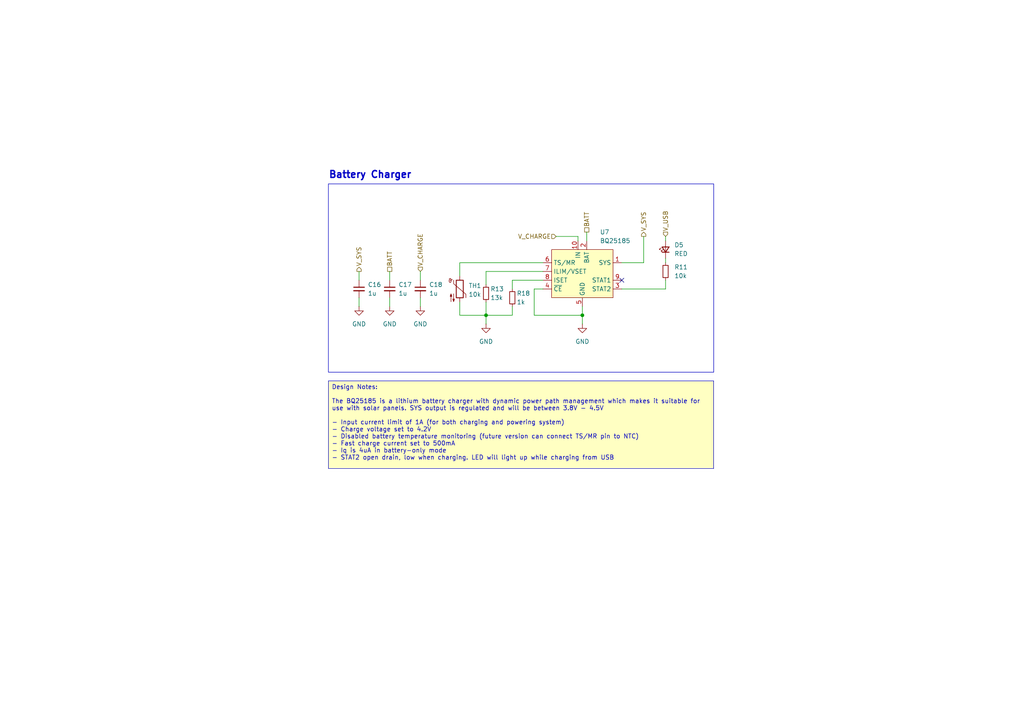
<source format=kicad_sch>
(kicad_sch (version 20250114) (generator "eeschema") (generator_version "9.0")
  (paper "A4")
  (title_block (title "${PROJECT_NAME}") (date "2024-12-01") (comment 1 "Designed by Gus Workman") (comment 4 "Battery charger and supporting circuitry"))
  (lib_symbols
    (symbol "Device:C_Small" (pin_numbers (hide yes)) (pin_names (offset 0.254) (hide yes))
      (property "Reference" "C" (at 0.254 1.778 0))
      (property "Value" "C_Small" (at 0.254 -2.032 0))
      (symbol "C_Small_0_1"
        (polyline (pts (xy -1.524 0.508) (xy 1.524 0.508)) (stroke (width 0.3048)))
        (polyline (pts (xy -1.524 -0.508) (xy 1.524 -0.508)) (stroke (width 0.3302)))
      )
      (symbol "C_Small_1_1"
        (pin passive line (at 0 2.54 270) (length 2.032) (name "~") (number "1"))
        (pin passive line (at 0 -2.54 90) (length 2.032) (name "~") (number "2"))
      )
    )
    (symbol "Device:LED_Small" (pin_numbers (hide yes)) (pin_names (offset 0.254) (hide yes))
      (property "Reference" "D" (at -1.27 3.175 0))
      (property "Value" "LED_Small" (at -4.445 -2.54 0))
      (symbol "LED_Small_0_1"
        (polyline (pts (xy -0.762 -1.016) (xy -0.762 1.016)) (stroke (width 0.254)))
        (polyline (pts (xy 0 0.762) (xy -0.508 1.27) (xy -0.254 1.27) (xy -0.508 1.27) (xy -0.508 1.016)))
        (polyline (pts (xy 0.508 1.27) (xy 0 1.778) (xy 0.254 1.778) (xy 0 1.778) (xy 0 1.524)))
        (polyline (pts (xy 0.762 -1.016) (xy -0.762 0) (xy 0.762 1.016) (xy 0.762 -1.016)) (stroke (width 0.254)))
        (polyline (pts (xy 1.016 0) (xy -0.762 0)))
      )
      (symbol "LED_Small_1_1"
        (pin passive line (at -2.54 0 0) (length 1.778) (name "K") (number "1"))
        (pin passive line (at 2.54 0 180) (length 1.778) (name "A") (number "2"))
      )
    )
    (symbol "Device:R_Small" (pin_numbers (hide yes)) (pin_names (offset 0.254) (hide yes))
      (property "Reference" "R" (at 0.762 0.508 0))
      (property "Value" "R_Small" (at 0.762 -1.016 0))
      (symbol "R_Small_0_1"
        (rectangle (start -0.762 1.778) (end 0.762 -1.778) (stroke (width 0.2032)))
      )
      (symbol "R_Small_1_1"
        (pin passive line (at 0 2.54 270) (length 0.762) (name "~") (number "1"))
        (pin passive line (at 0 -2.54 90) (length 0.762) (name "~") (number "2"))
      )
    )
    (symbol "Device:Thermistor_NTC" (pin_numbers (hide yes)) (pin_names (offset 0))
      (property "Reference" "TH" (at -4.445 0 90))
      (property "Value" "Thermistor_NTC" (at 3.175 0 90))
      (symbol "Thermistor_NTC_0_1"
        (arc (start -3.175 2.413) (mid -3.0506 2.3165) (end -3.048 2.159))
        (arc (start -3.048 2.794) (mid -2.9736 2.9736) (end -2.794 3.048))
        (arc (start -2.794 3.048) (mid -2.6144 2.9736) (end -2.54 2.794))
        (arc (start -2.794 2.54) (mid -2.9736 2.6144) (end -3.048 2.794))
        (arc (start -2.794 1.905) (mid -2.9736 1.9794) (end -3.048 2.159))
        (arc (start -2.54 2.159) (mid -2.6144 1.9794) (end -2.794 1.905))
        (arc (start -2.159 2.794) (mid -2.434 2.5608) (end -2.794 2.54))
        (polyline (pts (xy -2.54 2.159) (xy -2.54 2.794)))
        (polyline (pts (xy -2.54 -3.683) (xy -2.54 -1.397) (xy -2.794 -2.159) (xy -2.286 -2.159) (xy -2.54 -1.397) (xy -2.54 -1.651)) (fill (type outline)))
        (polyline (pts (xy -1.778 2.54) (xy -1.778 1.524) (xy 1.778 -1.524) (xy 1.778 -2.54)))
        (polyline (pts (xy -1.778 -1.397) (xy -1.778 -3.683) (xy -2.032 -2.921) (xy -1.524 -2.921) (xy -1.778 -3.683) (xy -1.778 -3.429)) (fill (type outline)))
        (rectangle (start -1.016 2.54) (end 1.016 -2.54) (stroke (width 0.254)))
      )
      (symbol "Thermistor_NTC_1_1"
        (pin passive line (at 0 3.81 270) (length 1.27) (name "~") (number "1"))
        (pin passive line (at 0 -3.81 90) (length 1.27) (name "~") (number "2"))
      )
    )
    (symbol "gworkman_power:BQ25185"
      (property "Reference" "U" (at 3.81 11.43 0))
      (property "Value" "BQ25185" (at 7.62 8.89 0))
      (property "MPN" "BQ25185DLHR" (at 0 0 0))
      (property "DigiKey" "296-BQ25185DLHRCT-ND" (at 0 0 0))
      (symbol "BQ25185_1_1"
        (rectangle (start -8.89 7.62) (end 8.89 -6.35) (fill (type background)))
        (pin bidirectional line (at -11.43 3.81 0) (length 2.54) (name "TS/MR") (number "6"))
        (pin bidirectional line (at -11.43 1.27 0) (length 2.54) (name "ILIM/VSET") (number "7"))
        (pin bidirectional line (at -11.43 -1.27 0) (length 2.54) (name "ISET") (number "8"))
        (pin input line (at -11.43 -3.81 0) (length 2.54) (name "~{CE}") (number "4"))
        (pin power_in line (at -1.27 10.16 270) (length 2.54) (name "IN") (number "10"))
        (pin passive line (at 0 -8.89 90) (length 2.54) (hide yes) (name "EP") (number "11"))
        (pin power_in line (at 0 -8.89 90) (length 2.54) (name "GND") (number "5"))
        (pin power_in line (at 1.27 10.16 270) (length 2.54) (name "BAT") (number "2"))
        (pin power_out line (at 11.43 3.81 180) (length 2.54) (name "SYS") (number "1"))
        (pin output line (at 11.43 -1.27 180) (length 2.54) (name "STAT1") (number "9"))
        (pin output line (at 11.43 -3.81 180) (length 2.54) (name "STAT2") (number "3"))
      )
    )
    (symbol "power:GND" (power) (pin_numbers (hide yes)) (pin_names (offset 0) (hide yes))
      (property "Value" "GND" (at 0 -3.81 0))
      (symbol "GND_0_1"
        (polyline (pts (xy 0 0) (xy 0 -1.27) (xy 1.27 -1.27) (xy 0 -2.54) (xy -1.27 -1.27) (xy 0 -1.27)))
      )
      (symbol "GND_1_1"
        (pin power_in line (at 0 0 270) (length 0) (name "~") (number "1"))
      )
    )
  )
  (rectangle (start 95.25 53.34) (end 207.01 107.95))
  (text "Battery Charger" (at 95.25 50.8 0) (effects (font (size 2 2) (thickness 0.4) (bold yes)) (justify left)))
  (text_box "Design Notes:\n\nThe BQ25185 is a lithium battery charger with dynamic power path management which makes it suitable for use with solar panels. SYS output is regulated and will be between 3.8V - 4.5V\n\n- Input current limit of 1A (for both charging and powering system)\n- Charge voltage set to 4.2V\n- Disabled battery temperature monitoring (future version can connect TS/MR pin to NTC)\n- Fast charge current set to 500mA\n- Iq is 4uA in battery-only mode\n- STAT2 open drain, low when charging. LED will light up while charging from USB" (at 95.25 110.49 0) (size 111.76 25.4) (margins 0.9525 0.9525 0.9525 0.9525) (fill (type color) (color 255 255 194 1)) (effects (font (size 1.27 1.27) (thickness 0.1588)) (justify left top)))
  (junction (at 140.97 91.44))
  (junction (at 168.91 91.44))
  (no_connect (at 180.34 81.28))
  (wire (pts (xy 140.97 91.44) (xy 140.97 87.63)))
  (wire (pts (xy 157.48 78.74) (xy 140.97 78.74)))
  (wire (pts (xy 104.14 86.36) (xy 104.14 88.9)))
  (wire (pts (xy 170.18 67.31) (xy 170.18 69.85)))
  (wire (pts (xy 161.29 68.58) (xy 167.64 68.58)))
  (wire (pts (xy 148.59 81.28) (xy 157.48 81.28)))
  (wire (pts (xy 113.03 78.74) (xy 113.03 81.28)))
  (wire (pts (xy 168.91 88.9) (xy 168.91 91.44)))
  (wire (pts (xy 133.35 76.2) (xy 157.48 76.2)))
  (wire (pts (xy 121.92 78.74) (xy 121.92 81.28)))
  (wire (pts (xy 140.97 78.74) (xy 140.97 82.55)))
  (wire (pts (xy 193.04 81.28) (xy 193.04 83.82)))
  (wire (pts (xy 167.64 68.58) (xy 167.64 69.85)))
  (wire (pts (xy 140.97 91.44) (xy 148.59 91.44)))
  (wire (pts (xy 148.59 83.82) (xy 148.59 81.28)))
  (wire (pts (xy 133.35 91.44) (xy 140.97 91.44)))
  (wire (pts (xy 121.92 86.36) (xy 121.92 88.9)))
  (wire (pts (xy 193.04 68.58) (xy 193.04 69.85)))
  (wire (pts (xy 154.94 83.82) (xy 154.94 91.44)))
  (wire (pts (xy 186.69 68.58) (xy 186.69 76.2)))
  (wire (pts (xy 148.59 91.44) (xy 148.59 88.9)))
  (wire (pts (xy 193.04 74.93) (xy 193.04 76.2)))
  (wire (pts (xy 104.14 78.74) (xy 104.14 81.28)))
  (wire (pts (xy 113.03 86.36) (xy 113.03 88.9)))
  (wire (pts (xy 154.94 83.82) (xy 157.48 83.82)))
  (wire (pts (xy 186.69 76.2) (xy 180.34 76.2)))
  (wire (pts (xy 193.04 83.82) (xy 180.34 83.82)))
  (wire (pts (xy 168.91 91.44) (xy 168.91 93.98)))
  (wire (pts (xy 133.35 87.63) (xy 133.35 91.44)))
  (wire (pts (xy 154.94 91.44) (xy 168.91 91.44)))
  (wire (pts (xy 133.35 76.2) (xy 133.35 80.01)))
  (wire (pts (xy 140.97 93.98) (xy 140.97 91.44)))
  (hierarchical_label "V_USB" (shape input) (at 193.04 68.58 90))
  (hierarchical_label "BATT" (shape passive) (at 170.18 67.31 90))
  (hierarchical_label "V_CHARGE" (shape input) (at 121.92 78.74 90))
  (hierarchical_label "V_CHARGE" (shape input) (at 161.29 68.58 180))
  (hierarchical_label "V_SYS" (shape output) (at 104.14 78.74 90))
  (hierarchical_label "V_SYS" (shape output) (at 186.69 68.58 90))
  (hierarchical_label "BATT" (shape passive) (at 113.03 78.74 90))
  (symbol (lib_id "Device:R_Small") (at 193.04 78.74 180) (unit 1)
    (property "Reference" "R11" (at 195.58 77.4699 0) (effects (justify right)))
    (property "Value" "10k" (at 195.58 80.0099 0) (effects (justify right)))
    (property "Footprint" "Resistor_SMD:R_0402_1005Metric" (effects (hide yes)))
    (property "Description" "generic 0603 resistor, 1/10W, 1%" (effects (hide yes)))
    (property "LCSC" "C60490" (effects (hide yes)))
    (property "DigiKey" "311-10.0KLRCT-ND" (effects (hide yes)))
    (property "MPN" "RC0402FR-0710KL" (effects (hide yes)))
  )
  (symbol (lib_id "Device:R_Small") (at 140.97 85.09 0) (mirror y) (unit 1)
    (property "Reference" "R13" (at 142.24 83.82 0) (effects (justify right)))
    (property "Value" "13k" (at 142.24 86.36 0) (effects (justify right)))
    (property "Footprint" "Resistor_SMD:R_0402_1005Metric" (effects (hide yes)))
    (property "Description" "generic 0603 resistor, 1/10W" (effects (hide yes)))
    (property "LCSC" "C138057" (effects (hide yes)))
    (property "DigiKey" "311-13.0KLRCT-ND" (effects (hide yes)))
    (property "MPN" "RC0402FR-0713KL" (effects (hide yes)))
  )
  (symbol (lib_id "Device:LED_Small") (at 193.04 72.39 90) (unit 1)
    (property "Reference" "D5" (at 195.58 71.0564 90) (effects (justify right)))
    (property "Value" "RED" (at 195.58 73.5964 90) (effects (justify right)))
    (property "Footprint" "LED_SMD:LED_0402_1005Metric" (effects (hide yes)))
    (property "Description" "generic 0603 red LED" (effects (hide yes)))
    (property "LCSC" "C779449" (effects (hide yes)))
    (property "DigiKey" "1497-1174-1-ND" (effects (hide yes)))
    (property "MPN" "XZMDK68W-2" (effects (hide yes)))
  )
  (symbol (lib_id "power:GND") (at 104.14 88.9 0) (unit 1)
    (property "Reference" "#PWR054" (effects (hide yes)))
    (property "Value" "GND" (at 104.14 93.98 0))
    (property "Description" "Power symbol creates a global label with name \"GND\" , ground" (effects (hide yes)))
  )
  (symbol (lib_id "power:GND") (at 168.91 93.98 0) (unit 1)
    (property "Reference" "#PWR067" (effects (hide yes)))
    (property "Value" "GND" (at 168.91 99.06 0))
    (property "Description" "Power symbol creates a global label with name \"GND\" , ground" (effects (hide yes)))
  )
  (symbol (lib_id "Device:Thermistor_NTC") (at 133.35 83.82 0) (unit 1)
    (property "Reference" "TH1" (at 135.89 82.8674 0) (effects (justify left)))
    (property "Value" "10k" (at 135.89 85.4074 0) (effects (justify left)))
    (property "Footprint" "Resistor_SMD:R_0402_1005Metric" (effects (hide yes)))
    (property "Description" "Temperature dependent resistor, negative temperature coefficient" (effects (hide yes)))
    (property "MPN" "NCP15XH103F03RC" (effects (hide yes)))
    (property "LCSC" "C77131" (effects (hide yes)))
  )
  (symbol (lib_id "Device:C_Small") (at 104.14 83.82 0) (unit 1)
    (property "Reference" "C16" (at 106.68 82.5562 0) (effects (justify left)))
    (property "Value" "1u" (at 106.68 85.0962 0) (effects (justify left)))
    (property "Footprint" "Capacitor_SMD:C_0402_1005Metric" (effects (hide yes)))
    (property "Description" "generic 0603 capacitor, 10V, low ESR" (effects (hide yes)))
    (property "LCSC" "C29266" (effects (hide yes)))
    (property "DigiKey" "1276-1067-1-ND" (effects (hide yes)))
    (property "MPN" "CL05A105KO5NNNC" (effects (hide yes)))
  )
  (symbol (lib_id "power:GND") (at 113.03 88.9 0) (unit 1)
    (property "Reference" "#PWR055" (effects (hide yes)))
    (property "Value" "GND" (at 113.03 93.98 0))
    (property "Description" "Power symbol creates a global label with name \"GND\" , ground" (effects (hide yes)))
  )
  (symbol (lib_id "gworkman_power:BQ25185") (at 168.91 80.01 0) (unit 1)
    (property "Reference" "U7" (at 173.99 67.31 0) (effects (justify left)))
    (property "Value" "BQ25185" (at 173.99 69.85 0) (effects (justify left)))
    (property "Footprint" "gworkman_power:Texas_DLH0010A_WSON-10" (effects (hide yes)))
    (property "Datasheet" "https://www.ti.com/lit/ds/symlink/bq25185.pdf" (effects (hide yes)))
    (property "Description" "Linear battery charger, 3-18V input, 1A charging, 3.125A load, dynamic power path management" (effects (hide yes)))
    (property "MPN" "BQ25185DLHR" (effects (hide yes)))
    (property "DigiKey" "296-BQ25185DLHRCT-ND" (effects (hide yes)))
    (property "LCSC" "C19725033" (effects (hide yes)))
  )
  (symbol (lib_id "power:GND") (at 121.92 88.9 0) (unit 1)
    (property "Reference" "#PWR056" (effects (hide yes)))
    (property "Value" "GND" (at 121.92 93.98 0))
    (property "Description" "Power symbol creates a global label with name \"GND\" , ground" (effects (hide yes)))
  )
  (symbol (lib_id "Device:R_Small") (at 148.59 86.36 0) (unit 1)
    (property "Reference" "R18" (at 149.86 85.09 0) (effects (justify left)))
    (property "Value" "1k" (at 149.86 87.63 0) (effects (justify left)))
    (property "Footprint" "Resistor_SMD:R_0402_1005Metric" (effects (hide yes)))
    (property "Description" "generic 0603 resistor, 1/10W" (effects (hide yes)))
    (property "LCSC" "C105637" (effects (hide yes)))
    (property "DigiKey" "311-1.0KJRCT-ND" (effects (hide yes)))
    (property "MPN" "RC0402JR-071KL" (effects (hide yes)))
  )
  (symbol (lib_id "Device:C_Small") (at 113.03 83.82 0) (unit 1)
    (property "Reference" "C17" (at 115.57 82.5562 0) (effects (justify left)))
    (property "Value" "1u" (at 115.57 85.0962 0) (effects (justify left)))
    (property "Footprint" "Capacitor_SMD:C_0402_1005Metric" (effects (hide yes)))
    (property "Description" "generic 0603 capacitor, 10V, low ESR" (effects (hide yes)))
    (property "LCSC" "C29266" (effects (hide yes)))
    (property "DigiKey" "1276-1067-1-ND" (effects (hide yes)))
    (property "MPN" "CL05A105KO5NNNC" (effects (hide yes)))
  )
  (symbol (lib_id "power:GND") (at 140.97 93.98 0) (unit 1)
    (property "Reference" "#PWR057" (effects (hide yes)))
    (property "Value" "GND" (at 140.97 99.06 0))
    (property "Description" "Power symbol creates a global label with name \"GND\" , ground" (effects (hide yes)))
  )
  (symbol (lib_id "Device:C_Small") (at 121.92 83.82 0) (unit 1)
    (property "Reference" "C18" (at 124.46 82.5562 0) (effects (justify left)))
    (property "Value" "1u" (at 124.46 85.0962 0) (effects (justify left)))
    (property "Footprint" "Capacitor_SMD:C_0402_1005Metric" (effects (hide yes)))
    (property "Description" "generic 0603 capacitor, 10V, low ESR" (effects (hide yes)))
    (property "LCSC" "C29266" (effects (hide yes)))
    (property "DigiKey" "1276-1067-1-ND" (effects (hide yes)))
    (property "MPN" "CL05A105KO5NNNC" (effects (hide yes)))
  )
)
</source>
